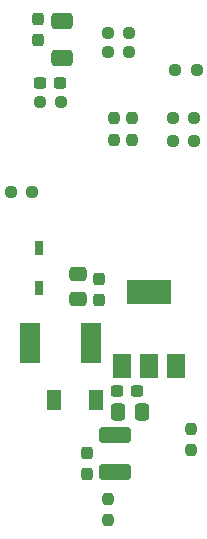
<source format=gbp>
%TF.GenerationSoftware,KiCad,Pcbnew,(6.0.8)*%
%TF.CreationDate,2023-01-13T13:27:25+01:00*%
%TF.ProjectId,NB-IoT_PCB_rev_1_1,4e422d49-6f54-45f5-9043-425f7265765f,rev?*%
%TF.SameCoordinates,Original*%
%TF.FileFunction,Paste,Bot*%
%TF.FilePolarity,Positive*%
%FSLAX46Y46*%
G04 Gerber Fmt 4.6, Leading zero omitted, Abs format (unit mm)*
G04 Created by KiCad (PCBNEW (6.0.8)) date 2023-01-13 13:27:25*
%MOMM*%
%LPD*%
G01*
G04 APERTURE LIST*
G04 Aperture macros list*
%AMRoundRect*
0 Rectangle with rounded corners*
0 $1 Rounding radius*
0 $2 $3 $4 $5 $6 $7 $8 $9 X,Y pos of 4 corners*
0 Add a 4 corners polygon primitive as box body*
4,1,4,$2,$3,$4,$5,$6,$7,$8,$9,$2,$3,0*
0 Add four circle primitives for the rounded corners*
1,1,$1+$1,$2,$3*
1,1,$1+$1,$4,$5*
1,1,$1+$1,$6,$7*
1,1,$1+$1,$8,$9*
0 Add four rect primitives between the rounded corners*
20,1,$1+$1,$2,$3,$4,$5,0*
20,1,$1+$1,$4,$5,$6,$7,0*
20,1,$1+$1,$6,$7,$8,$9,0*
20,1,$1+$1,$8,$9,$2,$3,0*%
G04 Aperture macros list end*
%ADD10RoundRect,0.237500X0.250000X0.237500X-0.250000X0.237500X-0.250000X-0.237500X0.250000X-0.237500X0*%
%ADD11RoundRect,0.237500X-0.237500X0.250000X-0.237500X-0.250000X0.237500X-0.250000X0.237500X0.250000X0*%
%ADD12RoundRect,0.237500X-0.300000X-0.237500X0.300000X-0.237500X0.300000X0.237500X-0.300000X0.237500X0*%
%ADD13R,1.500000X2.000000*%
%ADD14R,3.800000X2.000000*%
%ADD15RoundRect,0.237500X-0.237500X0.300000X-0.237500X-0.300000X0.237500X-0.300000X0.237500X0.300000X0*%
%ADD16R,1.780000X3.500000*%
%ADD17RoundRect,0.237500X0.237500X-0.250000X0.237500X0.250000X-0.237500X0.250000X-0.237500X-0.250000X0*%
%ADD18RoundRect,0.250000X0.650000X-0.412500X0.650000X0.412500X-0.650000X0.412500X-0.650000X-0.412500X0*%
%ADD19RoundRect,0.250000X-1.100000X0.412500X-1.100000X-0.412500X1.100000X-0.412500X1.100000X0.412500X0*%
%ADD20R,1.300000X1.700000*%
%ADD21R,0.730000X1.210000*%
%ADD22RoundRect,0.250000X-0.475000X0.337500X-0.475000X-0.337500X0.475000X-0.337500X0.475000X0.337500X0*%
%ADD23RoundRect,0.250000X-0.337500X-0.475000X0.337500X-0.475000X0.337500X0.475000X-0.337500X0.475000X0*%
G04 APERTURE END LIST*
D10*
%TO.C,R16*%
X110937500Y-114050000D03*
X112762500Y-114050000D03*
%TD*%
D11*
%TO.C,R15*%
X111455200Y-121261500D03*
X111455200Y-123086500D03*
%TD*%
D12*
%TO.C,C6*%
X106892500Y-118220000D03*
X105167500Y-118220000D03*
%TD*%
D11*
%TO.C,R3*%
X110998000Y-153468700D03*
X110998000Y-155293700D03*
%TD*%
D13*
%TO.C,U2*%
X116701600Y-142240400D03*
X114401600Y-142240400D03*
D14*
X114401600Y-135940400D03*
D13*
X112101600Y-142240400D03*
%TD*%
D15*
%TO.C,C2*%
X109220000Y-149607100D03*
X109220000Y-151332100D03*
%TD*%
D16*
%TO.C,F1*%
X104319000Y-140309600D03*
X109549000Y-140309600D03*
%TD*%
D10*
%TO.C,R5*%
X118260500Y-121208800D03*
X116435500Y-121208800D03*
%TD*%
D17*
%TO.C,R7*%
X117957600Y-149350100D03*
X117957600Y-147525100D03*
%TD*%
D11*
%TO.C,R13*%
X113030000Y-121261500D03*
X113030000Y-123086500D03*
%TD*%
D18*
%TO.C,C9*%
X107035600Y-116116500D03*
X107035600Y-112991500D03*
%TD*%
D10*
%TO.C,R12*%
X104544500Y-127457200D03*
X102719500Y-127457200D03*
%TD*%
%TO.C,R6*%
X118463700Y-117195600D03*
X116638700Y-117195600D03*
%TD*%
D12*
%TO.C,C8*%
X111710300Y-144322800D03*
X113435300Y-144322800D03*
%TD*%
D10*
%TO.C,R14*%
X112748700Y-115646200D03*
X110923700Y-115646200D03*
%TD*%
D19*
%TO.C,C1*%
X111556800Y-148094300D03*
X111556800Y-151219300D03*
%TD*%
D10*
%TO.C,R4*%
X118260500Y-123190000D03*
X116435500Y-123190000D03*
%TD*%
D20*
%TO.C,D3*%
X106403200Y-145084800D03*
X109903200Y-145084800D03*
%TD*%
D21*
%TO.C,D2*%
X105156000Y-132264400D03*
X105156000Y-135624400D03*
%TD*%
D15*
%TO.C,C10*%
X105054400Y-112878700D03*
X105054400Y-114603700D03*
%TD*%
%TO.C,C11*%
X110185200Y-134875100D03*
X110185200Y-136600100D03*
%TD*%
D22*
%TO.C,C12*%
X108407200Y-134446100D03*
X108407200Y-136521100D03*
%TD*%
D10*
%TO.C,R9*%
X105159050Y-119840000D03*
X106984050Y-119840000D03*
%TD*%
D23*
%TO.C,C7*%
X111789300Y-146100800D03*
X113864300Y-146100800D03*
%TD*%
M02*

</source>
